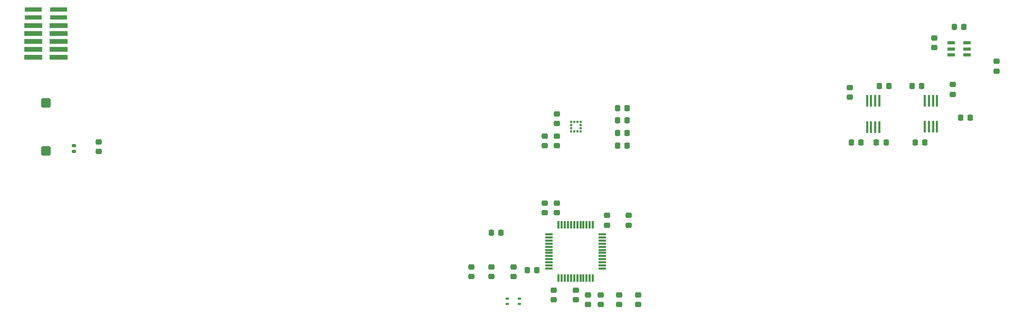
<source format=gbr>
%TF.GenerationSoftware,KiCad,Pcbnew,9.0.6*%
%TF.CreationDate,2025-12-12T05:38:23-05:00*%
%TF.ProjectId,etch_a_sketch,65746368-5f61-45f7-936b-657463682e6b,rev?*%
%TF.SameCoordinates,Original*%
%TF.FileFunction,Paste,Top*%
%TF.FilePolarity,Positive*%
%FSLAX46Y46*%
G04 Gerber Fmt 4.6, Leading zero omitted, Abs format (unit mm)*
G04 Created by KiCad (PCBNEW 9.0.6) date 2025-12-12 05:38:23*
%MOMM*%
%LPD*%
G01*
G04 APERTURE LIST*
G04 Aperture macros list*
%AMRoundRect*
0 Rectangle with rounded corners*
0 $1 Rounding radius*
0 $2 $3 $4 $5 $6 $7 $8 $9 X,Y pos of 4 corners*
0 Add a 4 corners polygon primitive as box body*
4,1,4,$2,$3,$4,$5,$6,$7,$8,$9,$2,$3,0*
0 Add four circle primitives for the rounded corners*
1,1,$1+$1,$2,$3*
1,1,$1+$1,$4,$5*
1,1,$1+$1,$6,$7*
1,1,$1+$1,$8,$9*
0 Add four rect primitives between the rounded corners*
20,1,$1+$1,$2,$3,$4,$5,0*
20,1,$1+$1,$4,$5,$6,$7,0*
20,1,$1+$1,$6,$7,$8,$9,0*
20,1,$1+$1,$8,$9,$2,$3,0*%
G04 Aperture macros list end*
%ADD10C,0.010000*%
%ADD11R,0.400000X0.350000*%
%ADD12R,0.350000X0.400000*%
%ADD13RoundRect,0.225000X-0.250000X0.225000X-0.250000X-0.225000X0.250000X-0.225000X0.250000X0.225000X0*%
%ADD14RoundRect,0.225000X0.250000X-0.225000X0.250000X0.225000X-0.250000X0.225000X-0.250000X-0.225000X0*%
%ADD15R,2.790000X0.740000*%
%ADD16RoundRect,0.140000X0.170000X-0.140000X0.170000X0.140000X-0.170000X0.140000X-0.170000X-0.140000X0*%
%ADD17RoundRect,0.225000X-0.225000X-0.250000X0.225000X-0.250000X0.225000X0.250000X-0.225000X0.250000X0*%
%ADD18RoundRect,0.225000X0.225000X0.250000X-0.225000X0.250000X-0.225000X-0.250000X0.225000X-0.250000X0*%
%ADD19RoundRect,0.072500X0.532500X0.217500X-0.532500X0.217500X-0.532500X-0.217500X0.532500X-0.217500X0*%
%ADD20R,0.457200X1.828800*%
%ADD21R,0.304800X1.193800*%
%ADD22R,1.193800X0.304800*%
%ADD23RoundRect,0.225000X0.525000X-0.525000X0.525000X0.525000X-0.525000X0.525000X-0.525000X-0.525000X0*%
%ADD24R,0.584200X0.457200*%
G04 APERTURE END LIST*
D10*
%TO.C,J101*%
X68427000Y-69180000D02*
X65637000Y-69180000D01*
X65637000Y-68440000D01*
X68427000Y-68440000D01*
X68427000Y-69180000D01*
G36*
X68427000Y-69180000D02*
G01*
X65637000Y-69180000D01*
X65637000Y-68440000D01*
X68427000Y-68440000D01*
X68427000Y-69180000D01*
G37*
X68427000Y-67910000D02*
X65637000Y-67910000D01*
X65637000Y-67170000D01*
X68427000Y-67170000D01*
X68427000Y-67910000D01*
G36*
X68427000Y-67910000D02*
G01*
X65637000Y-67910000D01*
X65637000Y-67170000D01*
X68427000Y-67170000D01*
X68427000Y-67910000D01*
G37*
X68427000Y-66640000D02*
X65637000Y-66640000D01*
X65637000Y-65900000D01*
X68427000Y-65900000D01*
X68427000Y-66640000D01*
G36*
X68427000Y-66640000D02*
G01*
X65637000Y-66640000D01*
X65637000Y-65900000D01*
X68427000Y-65900000D01*
X68427000Y-66640000D01*
G37*
X68427000Y-65370000D02*
X65637000Y-65370000D01*
X65637000Y-64630000D01*
X68427000Y-64630000D01*
X68427000Y-65370000D01*
G36*
X68427000Y-65370000D02*
G01*
X65637000Y-65370000D01*
X65637000Y-64630000D01*
X68427000Y-64630000D01*
X68427000Y-65370000D01*
G37*
X68427000Y-64100000D02*
X65637000Y-64100000D01*
X65637000Y-63360000D01*
X68427000Y-63360000D01*
X68427000Y-64100000D01*
G36*
X68427000Y-64100000D02*
G01*
X65637000Y-64100000D01*
X65637000Y-63360000D01*
X68427000Y-63360000D01*
X68427000Y-64100000D01*
G37*
X64363000Y-69180000D02*
X61573000Y-69180000D01*
X61573000Y-68440000D01*
X64363000Y-68440000D01*
X64363000Y-69180000D01*
G36*
X64363000Y-69180000D02*
G01*
X61573000Y-69180000D01*
X61573000Y-68440000D01*
X64363000Y-68440000D01*
X64363000Y-69180000D01*
G37*
X64363000Y-67910000D02*
X61573000Y-67910000D01*
X61573000Y-67170000D01*
X64363000Y-67170000D01*
X64363000Y-67910000D01*
G36*
X64363000Y-67910000D02*
G01*
X61573000Y-67910000D01*
X61573000Y-67170000D01*
X64363000Y-67170000D01*
X64363000Y-67910000D01*
G37*
X64363000Y-66640000D02*
X61573000Y-66640000D01*
X61573000Y-65900000D01*
X64363000Y-65900000D01*
X64363000Y-66640000D01*
G36*
X64363000Y-66640000D02*
G01*
X61573000Y-66640000D01*
X61573000Y-65900000D01*
X64363000Y-65900000D01*
X64363000Y-66640000D01*
G37*
X64363000Y-65370000D02*
X61573000Y-65370000D01*
X61573000Y-64630000D01*
X64363000Y-64630000D01*
X64363000Y-65370000D01*
G36*
X64363000Y-65370000D02*
G01*
X61573000Y-65370000D01*
X61573000Y-64630000D01*
X64363000Y-64630000D01*
X64363000Y-65370000D01*
G37*
X64363000Y-64100000D02*
X61573000Y-64100000D01*
X61573000Y-63360000D01*
X64363000Y-63360000D01*
X64363000Y-64100000D01*
G36*
X64363000Y-64100000D02*
G01*
X61573000Y-64100000D01*
X61573000Y-63360000D01*
X64363000Y-63360000D01*
X64363000Y-64100000D01*
G37*
%TD*%
D11*
%TO.C,U103*%
X150760000Y-80750000D03*
X150760000Y-80250000D03*
X150760000Y-79750000D03*
X150760000Y-79250000D03*
D12*
X150250000Y-79240000D03*
X149750000Y-79240000D03*
D11*
X149240000Y-79250000D03*
X149240000Y-79750000D03*
X149240000Y-80250000D03*
X149240000Y-80750000D03*
D12*
X149750000Y-80760000D03*
X150250000Y-80760000D03*
%TD*%
D13*
%TO.C,C114*%
X147000000Y-83050000D03*
X147000000Y-81500000D03*
%TD*%
D14*
%TO.C,C113*%
X145000000Y-81500000D03*
X145000000Y-83050000D03*
%TD*%
D15*
%TO.C,J101*%
X67035000Y-68810000D03*
X62965000Y-68810000D03*
X67035000Y-67540000D03*
X62965000Y-67540000D03*
X67035000Y-66270000D03*
X62965000Y-66270000D03*
X67035000Y-65000000D03*
X62965000Y-65000000D03*
X67035000Y-63730000D03*
X62965000Y-63730000D03*
X67035000Y-62460000D03*
X62965000Y-62460000D03*
X67035000Y-61190000D03*
X62965000Y-61190000D03*
%TD*%
D14*
%TO.C,R102*%
X136500000Y-102500000D03*
X136500000Y-104050000D03*
%TD*%
%TO.C,R101*%
X140000000Y-102500000D03*
X140000000Y-104050000D03*
%TD*%
D16*
%TO.C,C109*%
X69500000Y-83020000D03*
X69500000Y-83980000D03*
%TD*%
D13*
%TO.C,R103*%
X73500000Y-84000000D03*
X73500000Y-82450000D03*
%TD*%
%TO.C,C110*%
X150000000Y-107775000D03*
X150000000Y-106225000D03*
%TD*%
D14*
%TO.C,L102*%
X152000000Y-107000000D03*
X152000000Y-108550000D03*
%TD*%
D13*
%TO.C,C107*%
X160000000Y-108550000D03*
X160000000Y-107000000D03*
%TD*%
%TO.C,C104*%
X146500000Y-107775000D03*
X146500000Y-106225000D03*
%TD*%
D14*
%TO.C,C102*%
X155000000Y-95775000D03*
X155000000Y-94225000D03*
%TD*%
%TO.C,C101*%
X158500000Y-95775000D03*
X158500000Y-94225000D03*
%TD*%
D17*
%TO.C,C115*%
X200275000Y-73500000D03*
X198725000Y-73500000D03*
%TD*%
D18*
%TO.C,C118*%
X204450000Y-82500000D03*
X206000000Y-82500000D03*
%TD*%
D19*
%TO.C,U102*%
X210245000Y-68450000D03*
X210245000Y-67500000D03*
X210245000Y-66550000D03*
X212755000Y-66550000D03*
X212755000Y-67500000D03*
X212755000Y-68450000D03*
%TD*%
D20*
%TO.C,U104*%
X196725001Y-75848749D03*
X197374999Y-75848749D03*
X198025001Y-75848749D03*
X198674999Y-75848749D03*
X198674999Y-80039749D03*
X198025001Y-80039749D03*
X197374999Y-80039749D03*
X196725001Y-80039749D03*
%TD*%
D14*
%TO.C,R108*%
X207500000Y-67275000D03*
X207500000Y-65725000D03*
%TD*%
D20*
%TO.C,U105*%
X207974999Y-75809000D03*
X207325001Y-75809000D03*
X206674999Y-75809000D03*
X206025001Y-75809000D03*
X206025001Y-80000000D03*
X206674999Y-80000000D03*
X207325001Y-80000000D03*
X207974999Y-80000000D03*
%TD*%
D13*
%TO.C,C112*%
X147000000Y-77950000D03*
X147000000Y-79500000D03*
%TD*%
D18*
%TO.C,C116*%
X199775000Y-82500000D03*
X198225000Y-82500000D03*
%TD*%
D17*
%TO.C,R109*%
X210725000Y-64000000D03*
X212275000Y-64000000D03*
%TD*%
%TO.C,C119*%
X203950000Y-73500000D03*
X205500000Y-73500000D03*
%TD*%
D18*
%TO.C,R112*%
X158275000Y-79000000D03*
X156725000Y-79000000D03*
%TD*%
D13*
%TO.C,R114*%
X194000000Y-73725000D03*
X194000000Y-75275000D03*
%TD*%
D21*
%TO.C,U101*%
X147250000Y-104249999D03*
X147749999Y-104249999D03*
X148250001Y-104249999D03*
X148750000Y-104249999D03*
X149249999Y-104249999D03*
X149750000Y-104249999D03*
X150250000Y-104249999D03*
X150750001Y-104249999D03*
X151250000Y-104249999D03*
X151749999Y-104249999D03*
X152250001Y-104249999D03*
X152750000Y-104249999D03*
D22*
X154249999Y-102750000D03*
X154249999Y-102250001D03*
X154249999Y-101749999D03*
X154249999Y-101250000D03*
X154249999Y-100750001D03*
X154249999Y-100250000D03*
X154249999Y-99750000D03*
X154249999Y-99249999D03*
X154249999Y-98750000D03*
X154249999Y-98250001D03*
X154249999Y-97749999D03*
X154249999Y-97250000D03*
D21*
X152750000Y-95750001D03*
X152250001Y-95750001D03*
X151749999Y-95750001D03*
X151250000Y-95750001D03*
X150750001Y-95750001D03*
X150250000Y-95750001D03*
X149750000Y-95750001D03*
X149249999Y-95750001D03*
X148750000Y-95750001D03*
X148250001Y-95750001D03*
X147749999Y-95750001D03*
X147250000Y-95750001D03*
D22*
X145750001Y-97250000D03*
X145750001Y-97749999D03*
X145750001Y-98250001D03*
X145750001Y-98750000D03*
X145750001Y-99249999D03*
X145750001Y-99750000D03*
X145750001Y-100250000D03*
X145750001Y-100750001D03*
X145750001Y-101250000D03*
X145750001Y-101749999D03*
X145750001Y-102250001D03*
X145750001Y-102750000D03*
%TD*%
D14*
%TO.C,R104*%
X133275000Y-104050000D03*
X133275000Y-102500000D03*
%TD*%
D18*
%TO.C,C103*%
X143775000Y-103000000D03*
X142225000Y-103000000D03*
%TD*%
D13*
%TO.C,R115*%
X210500000Y-73225000D03*
X210500000Y-74775000D03*
%TD*%
D18*
%TO.C,R113*%
X158275000Y-81000000D03*
X156725000Y-81000000D03*
%TD*%
D14*
%TO.C,L101*%
X154000000Y-108550000D03*
X154000000Y-107000000D03*
%TD*%
D13*
%TO.C,C108*%
X157000000Y-107000000D03*
X157000000Y-108550000D03*
%TD*%
D14*
%TO.C,C105*%
X145000000Y-93775000D03*
X145000000Y-92225000D03*
%TD*%
D23*
%TO.C,SW101*%
X65000000Y-83850000D03*
X65000000Y-76150000D03*
%TD*%
D18*
%TO.C,C120*%
X213275000Y-78500000D03*
X211725000Y-78500000D03*
%TD*%
D17*
%TO.C,R110*%
X156675000Y-77000000D03*
X158225000Y-77000000D03*
%TD*%
%TO.C,R105*%
X136450000Y-97000000D03*
X138000000Y-97000000D03*
%TD*%
%TO.C,R111*%
X156675000Y-83000000D03*
X158225000Y-83000000D03*
%TD*%
D14*
%TO.C,C111*%
X217500000Y-71050000D03*
X217500000Y-69500000D03*
%TD*%
%TO.C,C106*%
X147000000Y-93775000D03*
X147000000Y-92225000D03*
%TD*%
D24*
%TO.C,D101*%
X139034800Y-108449999D03*
X139034800Y-107550001D03*
X140965200Y-107550001D03*
X140965200Y-108449999D03*
%TD*%
D17*
%TO.C,C117*%
X194225000Y-82500000D03*
X195775000Y-82500000D03*
%TD*%
M02*

</source>
